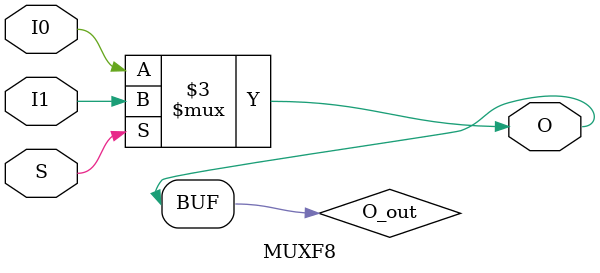
<source format=v>


`timescale  1 ps / 1 ps


`celldefine

module MUXF8 (O, I0, I1, S);


`ifdef XIL_TIMING

    parameter LOC = "UNPLACED";

`endif

    
    output O;
    input I0, I1, S;
    
    reg O_out;

    always @(I0 or I1 or S) 
        if (S)
	    O_out = I1;
	else
	    O_out = I0;
    
    assign O = O_out;
    
`ifdef XIL_TIMING

    specify
                                                                                 
        (I0 => O) = (0:0:0, 0:0:0);
        (I1 => O) = (0:0:0, 0:0:0);
	(S => O) = (0:0:0, 0:0:0);
        specparam PATHPULSE$ = 0;
                                                                                 
    endspecify

`endif
    
endmodule

`endcelldefine


</source>
